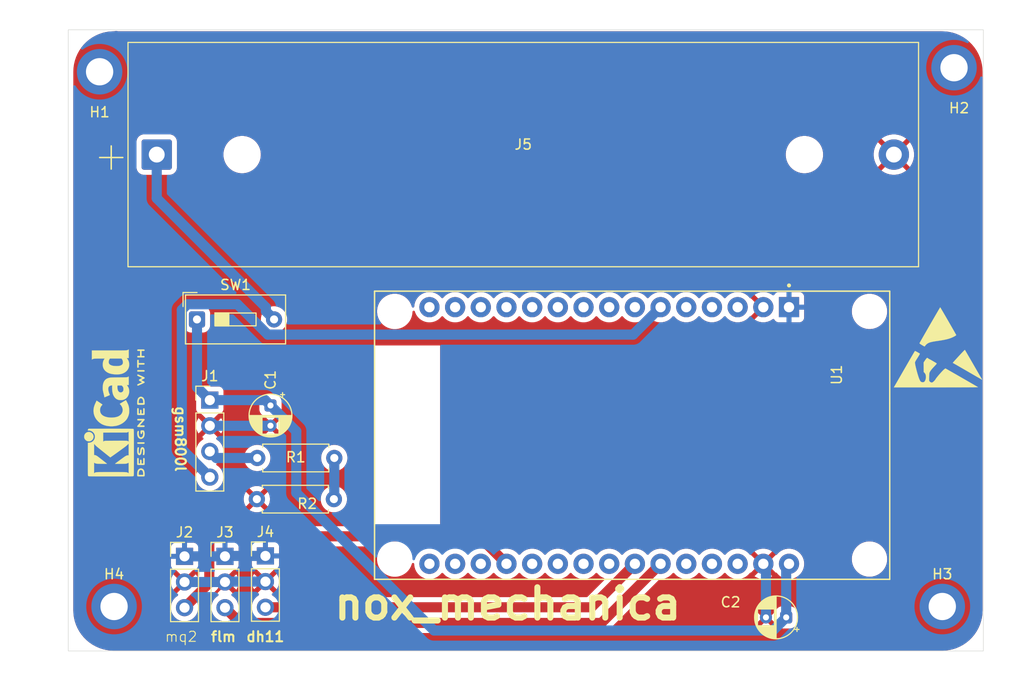
<source format=kicad_pcb>
(kicad_pcb (version 20241229) (generator "pcbnew") (generator_version "9.0")
  (layers (0 "F.Cu" signal) (2 "B.Cu" signal) (13 "F.Paste" user) (15 "B.Paste" user) (5 "F.SilkS" user "F.Silkscreen") (7 "B.SilkS" user "B.Silkscreen") (1 "F.Mask" user) (3 "B.Mask" user) (25 "Edge.Cuts" user))
  (net 0 "")
  (net 1 "GND")
  (net 2 "+BATT")
  (net 3 "tx")
  (net 4 "Net-(J1-Pin_3)")
  (net 5 "+3.3V")
  (net 6 "34")
  (net 7 "27")
  (net 8 "26")
  (net 9 "rx")
  (net 10 "VCC")
  (footprint "Battery:BatteryHolder_MPD_BK-18650-PC2" (layer "F.Cu") (at 107.75 54.2)
    (property "Reference" "J5" (at 36.25 -1 0) (layer "F.SilkS"))
    (property "Value" "Conn_01x02_Socket")
    (fp_text user "+" (at -4.5 0.05 0) (layer "F.SilkS") (effects (font (size 3 3))))
    (pad "" np_thru_hole circle (at 8.445 0) (size 3.2 3.2) (drill 3.2) (layers "*.Cu" "*.Mask"))
    (pad "" np_thru_hole circle (at 64.055 0) (size 3.2 3.2) (drill 3.2) (layers "*.Cu" "*.Mask"))
    (pad "1" thru_hole roundrect (at 0 0) (size 3 3) (drill 1.57) (layers "*.Cu" "*.Mask") (roundrect_rratio 0.083333) (net 2 "+BATT"))
    (pad "2" thru_hole circle (at 72.9 0) (size 3 3) (drill 1.57) (layers "*.Cu" "*.Mask") (net 1 "GND"))
  )
  (footprint "MountingHole:MountingHole_2.7mm_M2.5_ISO7380_Pad" (layer "F.Cu") (at 103.53198 98.925001)
    (property "Reference" "H4" (at 0 -3.2 0) (layer "F.SilkS"))
    (property "Value" "MountingHole_Pad")
    (pad "1" thru_hole circle (at 0 0) (size 4.5 4.5) (drill 2.7) (layers "*.Cu" "*.Mask") (net 1 "GND"))
  )
  (footprint "Connector_PinHeader_2.54mm:PinHeader_1x03_P2.54mm_Vertical" (layer "F.Cu") (at 110.5 93.96)
    (property "Reference" "J2" (at 0 -2.38 0) (layer "F.SilkS"))
    (property "Value" "mq2")
    (pad "1" thru_hole rect (at 0 0) (size 1.7 1.7) (drill 1) (layers "*.Cu" "*.Mask") (net 5 "+3.3V"))
    (pad "2" thru_hole circle (at 0 2.54) (size 1.7 1.7) (drill 1) (layers "*.Cu" "*.Mask") (net 1 "GND"))
    (pad "3" thru_hole circle (at 0 5.08) (size 1.7 1.7) (drill 1) (layers "*.Cu" "*.Mask") (net 6 "34"))
  )
  (footprint "MountingHole:MountingHole_2.7mm_M2.5_ISO7380_Pad" (layer "F.Cu") (at 185.439341 98.925001)
    (property "Reference" "H3" (at 0 -3.2 0) (layer "F.SilkS"))
    (property "Value" "MountingHole_Pad")
    (pad "1" thru_hole circle (at 0 0) (size 4.5 4.5) (drill 2.7) (layers "*.Cu" "*.Mask") (net 1 "GND"))
  )
  (footprint "Symbol:ESD-Logo_8.9x8mm_SilkScreen" (layer "F.Cu") (at 185.025 73.2545)
    (property "Reference" "REF**" (hide yes))
    (property "Value" "ESD-Logo_8.9x8mm_SilkScreen" (hide yes))
  )
  (footprint "MountingHole:MountingHole_2.7mm_M2.5_ISO7380_Pad" (layer "F.Cu") (at 186.6 45.6)
    (property "Reference" "H2" (at 0.5 4 0) (layer "F.SilkS"))
    (property "Value" "MountingHole_Pad")
    (pad "1" thru_hole circle (at 0 0) (size 4.5 4.5) (drill 2.7) (layers "*.Cu" "*.Mask") (net 1 "GND"))
  )
  (footprint "Connector_PinHeader_2.54mm:PinHeader_1x03_P2.54mm_Vertical" (layer "F.Cu") (at 114.5 93.96)
    (property "Reference" "J3" (at 0 -2.38 0) (layer "F.SilkS"))
    (property "Value" "flame sensor")
    (pad "1" thru_hole rect (at 0 0) (size 1.7 1.7) (drill 1) (layers "*.Cu" "*.Mask") (net 5 "+3.3V"))
    (pad "2" thru_hole circle (at 0 2.54) (size 1.7 1.7) (drill 1) (layers "*.Cu" "*.Mask") (net 1 "GND"))
    (pad "3" thru_hole circle (at 0 5.08) (size 1.7 1.7) (drill 1) (layers "*.Cu" "*.Mask") (net 7 "27"))
  )
  (footprint "Symbol:KiCad-Logo2_5mm_SilkScreen" (layer "F.Cu") (at 103.55 79.77 90)
    (property "Reference" "REF**" (hide yes))
    (property "Value" "KiCad-Logo2_5mm_SilkScreen" (hide yes))
  )
  (footprint "Connector_PinHeader_2.54mm:PinHeader_1x04_P2.54mm_Vertical" (layer "F.Cu") (at 113 78.5)
    (property "Reference" "J1" (at 0 -2.38 0) (layer "F.SilkS"))
    (property "Value" "gsm800l")
    (pad "1" thru_hole rect (at 0 0) (size 1.7 1.7) (drill 1) (layers "*.Cu" "*.Mask") (net 10 "VCC"))
    (pad "2" thru_hole circle (at 0 2.54) (size 1.7 1.7) (drill 1) (layers "*.Cu" "*.Mask") (net 1 "GND"))
    (pad "3" thru_hole circle (at 0 5.08) (size 1.7 1.7) (drill 1) (layers "*.Cu" "*.Mask") (net 4 "Net-(J1-Pin_3)"))
    (pad "4" thru_hole circle (at 0 7.62) (size 1.7 1.7) (drill 1) (layers "*.Cu" "*.Mask") (net 3 "tx"))
  )
  (footprint "Connector_PinHeader_2.54mm:PinHeader_1x03_P2.54mm_Vertical" (layer "F.Cu") (at 118.5 93.92)
    (property "Reference" "J4" (at 0 -2.38 0) (layer "F.SilkS"))
    (property "Value" "dh11")
    (pad "1" thru_hole rect (at 0 0) (size 1.7 1.7) (drill 1) (layers "*.Cu" "*.Mask") (net 5 "+3.3V"))
    (pad "2" thru_hole circle (at 0 2.54) (size 1.7 1.7) (drill 1) (layers "*.Cu" "*.Mask") (net 1 "GND"))
    (pad "3" thru_hole circle (at 0 5.08) (size 1.7 1.7) (drill 1) (layers "*.Cu" "*.Mask") (net 8 "26"))
  )
  (footprint "Resistor_THT:R_Axial_DIN0207_L6.3mm_D2.5mm_P7.62mm_Horizontal" (layer "F.Cu") (at 117.69 84.225)
    (property "Reference" "R1" (at 3.81 -0.075 0) (layer "F.SilkS"))
    (property "Value" "10k")
    (pad "1" thru_hole circle (at 0 0) (size 1.6 1.6) (drill 0.8) (layers "*.Cu" "*.Mask") (net 4 "Net-(J1-Pin_3)"))
    (pad "2" thru_hole circle (at 7.62 0) (size 1.6 1.6) (drill 0.8) (layers "*.Cu" "*.Mask") (net 9 "rx"))
  )
  (footprint "Button_Switch_THT:SW_DIP_SPSTx01_Slide_9.78x4.72mm_W7.62mm_P2.54mm" (layer "F.Cu") (at 111.7325 70.5125)
    (property "Reference" "SW1" (at 3.81 -3.42 0) (layer "F.SilkS"))
    (property "Value" "SW_DPST_x2")
    (pad "1" thru_hole roundrect (at 0 0) (size 1.6 1.6) (drill 0.8) (layers "*.Cu" "*.Mask") (roundrect_rratio 0.15625) (net 10 "VCC"))
    (pad "2" thru_hole circle (at 7.62 0) (size 1.6 1.6) (drill 0.8) (layers "*.Cu" "*.Mask") (net 2 "+BATT"))
  )
  (footprint "boards:MODULE_ESP32_DEVKIT_V1" (layer "F.Cu") (at 154.765 82 -90)
    (property "Reference" "U1" (at -6 -20.235 90) (layer "F.SilkS"))
    (property "Value" "ESP32-DEVKIT-V1")
    (pad "" np_thru_hole circle (at -12.28 -23.475 270) (size 3 3) (drill 3) (layers "*.Cu" "*.Mask"))
    (pad "" np_thru_hole circle (at -12.28 23.475 270) (size 3 3) (drill 3) (layers "*.Cu" "*.Mask"))
    (pad "" np_thru_hole circle (at 12.23 -23.475 270) (size 3 3) (drill 3) (layers "*.Cu" "*.Mask"))
    (pad "" np_thru_hole circle (at 12.23 23.475 270) (size 3 3) (drill 3) (layers "*.Cu" "*.Mask"))
    (pad "1" thru_hole rect (at -12.7 -15.515 270) (size 2 2) (drill 1.02) (layers "*.Cu" "*.Mask") (net 5 "+3.3V"))
    (pad "2" thru_hole circle (at -12.7 -12.975 270) (size 2 2) (drill 1.02) (layers "*.Cu" "*.Mask") (net 1 "GND"))
    (pad "3" thru_hole circle (at -12.7 -10.435 270) (size 2 2) (drill 1.02) (layers "*.Cu" "*.Mask"))
    (pad "4" thru_hole circle (at -12.7 -7.895 270) (size 2 2) (drill 1.02) (layers "*.Cu" "*.Mask"))
    (pad "5" thru_hole circle (at -12.7 -5.355 270) (size 2 2) (drill 1.02) (layers "*.Cu" "*.Mask"))
    (pad "6" thru_hole circle (at -12.7 -2.815 270) (size 2 2) (drill 1.02) (layers "*.Cu" "*.Mask") (net 3 "tx"))
    (pad "7" thru_hole circle (at -12.7 -0.275 270) (size 2 2) (drill 1.02) (layers "*.Cu" "*.Mask") (net 9 "rx"))
    (pad "8" thru_hole circle (at -12.7 2.265 270) (size 2 2) (drill 1.02) (layers "*.Cu" "*.Mask"))
    (pad "9" thru_hole circle (at -12.7 4.805 270) (size 2 2) (drill 1.02) (layers "*.Cu" "*.Mask"))
    (pad "10" thru_hole circle (at -12.7 7.345 270) (size 2 2) (drill 1.02) (layers "*.Cu" "*.Mask"))
    (pad "11" thru_hole circle (at -12.7 9.885 270) (size 2 2) (drill 1.02) (layers "*.Cu" "*.Mask"))
    (pad "12" thru_hole circle (at -12.7 12.425 270) (size 2 2) (drill 1.02) (layers "*.Cu" "*.Mask"))
    (pad "13" thru_hole circle (at -12.7 14.965 270) (size 2 2) (drill 1.02) (layers "*.Cu" "*.Mask"))
    (pad "14" thru_hole circle (at -12.7 17.505 270) (size 2 2) (drill 1.02) (layers "*.Cu" "*.Mask"))
    (pad "15" thru_hole circle (at -12.7 20.045 270) (size 2 2) (drill 1.02) (layers "*.Cu" "*.Mask"))
    (pad "16" thru_hole circle (at 12.7 20.045 270) (size 2 2) (drill 1.02) (layers "*.Cu" "*.Mask"))
    (pad "17" thru_hole circle (at 12.7 17.505 270) (size 2 2) (drill 1.02) (layers "*.Cu" "*.Mask"))
    (pad "18" thru_hole circle (at 12.7 14.965 270) (size 2 2) (drill 1.02) (layers "*.Cu" "*.Mask"))
    (pad "19" thru_hole circle (at 12.7 12.425 270) (size 2 2) (drill 1.02) (layers "*.Cu" "*.Mask") (net 6 "34"))
    (pad "20" thru_hole circle (at 12.7 9.885 270) (size 2 2) (drill 1.02) (layers "*.Cu" "*.Mask"))
    (pad "21" thru_hole circle (at 12.7 7.345 270) (size 2 2) (drill 1.02) (layers "*.Cu" "*.Mask"))
    (pad "22" thru_hole circle (at 12.7 4.805 270) (size 2 2) (drill 1.02) (layers "*.Cu" "*.Mask"))
    (pad "23" thru_hole circle (at 12.7 2.265 270) (size 2 2) (drill 1.02) (layers "*.Cu" "*.Mask"))
    (pad "24" thru_hole circle (at 12.7 -0.275 270) (size 2 2) (drill 1.02) (layers "*.Cu" "*.Mask") (net 8 "26"))
    (pad "25" thru_hole circle (at 12.7 -2.815 270) (size 2 2) (drill 1.02) (layers "*.Cu" "*.Mask") (net 7 "27"))
    (pad "26" thru_hole circle (at 12.7 -5.355 270) (size 2 2) (drill 1.02) (layers "*.Cu" "*.Mask"))
    (pad "27" thru_hole circle (at 12.7 -7.895 270) (size 2 2) (drill 1.02) (layers "*.Cu" "*.Mask"))
    (pad "28" thru_hole circle (at 12.7 -10.435 270) (size 2 2) (drill 1.02) (layers "*.Cu" "*.Mask"))
    (pad "29" thru_hole circle (at 12.7 -12.975 270) (size 2 2) (drill 1.02) (layers "*.Cu" "*.Mask") (net 1 "GND"))
    (pad "30" thru_hole circle (at 12.7 -15.515 270) (size 2 2) (drill 1.02) (layers "*.Cu" "*.Mask") (net 10 "VCC"))
    (zone (net 0) (net_name "") (layer "F.Cu") (connect_pads (clearance 0)) (min_thickness 0.01)
      (keepout (tracks not_allowed) (vias not_allowed) (pads not_allowed) (copperpour not_allowed) (footprints allowed))
      (fill (thermal_gap 0.508) (thermal_bridge_width 0.508))
      (polygon (pts (xy 135.78 73.09) (xy 135.78 90.78) (xy 129.29 90.78) (xy 129.29 73.09)))
    )
    (zone (net 0) (net_name "") (layer "B.Cu") (connect_pads (clearance 0)) (min_thickness 0.01)
      (keepout (tracks not_allowed) (vias not_allowed) (pads not_allowed) (copperpour not_allowed) (footprints allowed))
      (fill (thermal_gap 0.508) (thermal_bridge_width 0.508))
      (polygon (pts (xy 135.78 73.09) (xy 135.78 90.78) (xy 129.29 90.78) (xy 129.29 73.09)))
    )
  )
  (footprint "MountingHole:MountingHole_2.7mm_M2.5_ISO7380_Pad" (layer "F.Cu") (at 102.1 46)
    (property "Reference" "H1" (at 0 4 0) (layer "F.SilkS"))
    (property "Value" "MountingHole_Pad")
    (pad "1" thru_hole circle (at 0 0) (size 4.5 4.5) (drill 2.7) (layers "*.Cu" "*.Mask") (net 1 "GND"))
  )
  (footprint "Capacitor_THT:CP_Radial_D4.0mm_P2.00mm" (layer "F.Cu") (at 119 79.027401 -90)
    (property "Reference" "C1" (at -2.527401 0 270) (layer "F.SilkS"))
    (property "Value" "1000uF")
    (pad "1" thru_hole roundrect (at 0 0 270) (size 1.2 1.2) (drill 0.6) (layers "*.Cu" "*.Mask") (roundrect_rratio 0.208333) (net 10 "VCC"))
    (pad "2" thru_hole circle (at 2 0 270) (size 1.2 1.2) (drill 0.6) (layers "*.Cu" "*.Mask") (net 1 "GND"))
  )
  (footprint "Resistor_THT:R_Axial_DIN0207_L6.3mm_D2.5mm_P7.62mm_Horizontal" (layer "F.Cu") (at 125.27 88.3 180)
    (property "Reference" "R2" (at 2.635 -0.45 0) (layer "F.SilkS"))
    (property "Value" "20k")
    (pad "1" thru_hole circle (at 0 0 180) (size 1.6 1.6) (drill 0.8) (layers "*.Cu" "*.Mask") (net 9 "rx"))
    (pad "2" thru_hole circle (at 7.62 0 180) (size 1.6 1.6) (drill 0.8) (layers "*.Cu" "*.Mask") (net 1 "GND"))
  )
  (footprint "Capacitor_THT:CP_Radial_D4.0mm_P2.00mm" (layer "F.Cu") (at 170 100 180)
    (property "Reference" "C2" (at 5.5 1.5 0) (layer "F.SilkS"))
    (property "Value" "100uF")
    (pad "1" thru_hole roundrect (at 0 0 180) (size 1.2 1.2) (drill 0.6) (layers "*.Cu" "*.Mask") (roundrect_rratio 0.208333) (net 10 "VCC"))
    (pad "2" thru_hole circle (at 2 0 180) (size 1.2 1.2) (drill 0.6) (layers "*.Cu" "*.Mask") (net 1 "GND"))
  )
  (gr_rect (start 98.998702 41.85) (end 189.5 103.325) (stroke (width 0.05)) (fill no) (layer "Edge.Cuts"))
  (gr_text "nox_mechanica" (at 125 100.42 0) (layer "F.SilkS") (effects (font (size 3 3) (thickness 0.6) (bold yes)) (justify left bottom)))
  (gr_text "gsm800l" (at 109.5 79 270) (layer "F.SilkS") (effects (font (size 1 1) (thickness 0.2) (bold yes)) (justify left bottom)))
  (gr_text "mq2" (at 108.5 102.5 0) (layer "F.SilkS") (effects (font (size 1 1) (thickness 0.1)) (justify left bottom)))
  (gr_text "dh11\n" (at 116.5 102.5 0) (layer "F.SilkS") (effects (font (size 1 1) (thickness 0.2) (bold yes)) (justify left bottom)))
  (gr_text "flm\n" (at 113 102.5 0) (layer "F.SilkS") (effects (font (size 1 1) (thickness 0.2) (bold yes)) (justify left bottom)))
  (segment (start 168 94.96) (end 167.74 94.7) (width 1) (layer "B.Cu") (net 1))
  (segment (start 114.54 96.46) (end 114.5 96.5) (width 1) (layer "B.Cu") (net 1))
  (segment (start 118.987401 81.04) (end 119 81.027401) (width 1) (layer "B.Cu") (net 1))
  (segment (start 113 81.04) (end 118.987401 81.04) (width 1) (layer "B.Cu") (net 1))
  (segment (start 168 100) (end 168 94.96) (width 1) (layer "B.Cu") (net 1))
  (segment (start 118.5 96.46) (end 114.54 96.46) (width 1) (layer "B.Cu") (net 1))
  (segment (start 110.5 96.5) (end 114.5 96.5) (width 1) (layer "B.Cu") (net 1))
  (segment (start 118.55 69.71) (end 119.3525 70.5125) (width 1) (layer "B.Cu") (net 2))
  (segment (start 107.75 58.525) (end 118.55 69.325) (width 1) (layer "B.Cu") (net 2))
  (segment (start 118.55 69.325) (end 118.55 69.71) (width 1) (layer "B.Cu") (net 2))
  (segment (start 107.75 54.2) (end 107.75 58.525) (width 1) (layer "B.Cu") (net 2))
  (segment (start 110.2315 83.3515) (end 110.2315 69.561656) (width 1) (layer "B.Cu") (net 3))
  (segment (start 118.730765 72.0135) (end 154.8665 72.0135) (width 1) (layer "B.Cu") (net 3))
  (segment (start 115.728765 69.0115) (end 118.730765 72.0135) (width 1) (layer "B.Cu") (net 3))
  (segment (start 113 86.12) (end 110.2315 83.3515) (width 1) (layer "B.Cu") (net 3))
  (segment (start 110.781656 69.0115) (end 115.728765 69.0115) (width 1) (layer "B.Cu") (net 3))
  (segment (start 154.8665 72.0135) (end 157.58 69.3) (width 1) (layer "B.Cu") (net 3))
  (segment (start 110.2315 69.561656) (end 110.781656 69.0115) (width 1) (layer "B.Cu") (net 3))
  (segment (start 113.645 84.225) (end 113 83.58) (width 1) (layer "B.Cu") (net 4))
  (segment (start 117.69 84.225) (end 113.645 84.225) (width 1) (layer "B.Cu") (net 4))
  (segment (start 110.5 93.96) (end 114.5 93.96) (width 1) (layer "B.Cu") (net 5))
  (segment (start 114.54 93.92) (end 114.5 93.96) (width 1) (layer "B.Cu") (net 5))
  (segment (start 118.5 93.92) (end 114.54 93.92) (width 1) (layer "B.Cu") (net 5))
  (segment (start 139.619 91.979) (end 142.34 94.7) (width 1) (layer "F.Cu") (net 6))
  (segment (start 113.379 91.979) (end 139.619 91.979) (width 1) (layer "F.Cu") (net 6))
  (segment (start 110.5 99.04) (end 112.949 96.591) (width 1) (layer "F.Cu") (net 6))
  (segment (start 112.949 96.591) (end 112.949 92.409) (width 1) (layer "F.Cu") (net 6))
  (segment (start 112.949 92.409) (end 113.379 91.979) (width 1) (layer "F.Cu") (net 6))
  (segment (start 114.5 99.04) (end 116.011 100.551) (width 1) (layer "F.Cu") (net 7))
  (segment (start 116.011 100.551) (end 151.729 100.551) (width 1) (layer "F.Cu") (net 7))
  (segment (start 151.729 100.551) (end 157.58 94.7) (width 1) (layer "F.Cu") (net 7))
  (segment (start 150.74 99) (end 155.04 94.7) (width 1) (layer "F.Cu") (net 8))
  (segment (start 118.5 99) (end 150.74 99) (width 1) (layer "F.Cu") (net 8))
  (segment (start 125.31 84.225) (end 125.31 88.26) (width 1) (layer "B.Cu") (net 9))
  (segment (start 125.31 88.26) (end 125.27 88.3) (width 1) (layer "B.Cu") (net 9))
  (segment (start 121.55 81.577401) (end 121.55 87.673395) (width 1) (layer "B.Cu") (net 10))
  (segment (start 135.177605 101.301) (end 168.699 101.301) (width 1) (layer "B.Cu") (net 10))
  (segment (start 111.7325 77.2325) (end 113 78.5) (width 1) (layer "B.Cu") (net 10))
  (segment (start 113 78.5) (end 118.472599 78.5) (width 1) (layer "B.Cu") (net 10))
  (segment (start 170 100) (end 170 94.98) (width 1) (layer "B.Cu") (net 10))
  (segment (start 118.472599 78.5) (end 119 79.027401) (width 1) (layer "B.Cu") (net 10))
  (segment (start 111.7325 70.5125) (end 111.7325 77.2325) (width 1) (layer "B.Cu") (net 10))
  (segment (start 168.699 101.301) (end 170 100) (width 1) (layer "B.Cu") (net 10))
  (segment (start 170 94.98) (end 170.28 94.7) (width 1) (layer "B.Cu") (net 10))
  (segment (start 119 79.027401) (end 121.55 81.577401) (width 1) (layer "B.Cu") (net 10))
  (segment (start 121.55 87.673395) (end 135.177605 101.301) (width 1) (layer "B.Cu") (net 10))
  (zone (net 1) (net_name "GND") (layer "F.Cu") (connect_pads (clearance 0.5)) (min_thickness 0.25) (fill yes (thermal_gap 0.5) (thermal_bridge_width 0.5))
    (polygon (pts (xy 97.375 39.15) (xy 97.325 39.1) (xy 192.7 39.1) (xy 193.25 39.65) (xy 193.25 105.55) (xy 191.6 107.2) (xy 96.3 107.2) (xy 92.25 103.15) (xy 92.25 39.2) (xy 92.35 39.1) (xy 97.325 39.1) (xy 97.375 39.05) (xy 97.375 38.9)))
  )
  (zone (net 5) (net_name "+3.3V") (layer "B.Cu") (priority 1) (connect_pads (clearance 0.5)) (min_thickness 0.25) (fill yes (thermal_gap 0.5) (thermal_bridge_width 0.5))
    (polygon (pts (xy 95.925 40.8) (xy 189.675 40.8) (xy 190.725 41.85) (xy 190.725 104.825) (xy 95.525 104.825) (xy 94.975 104.275) (xy 94.975 41.725) (xy 95.825 40.875) (xy 97.925 40.875) (xy 97.975 40.925) (xy 96.05 40.925)))
  )
)
</source>
